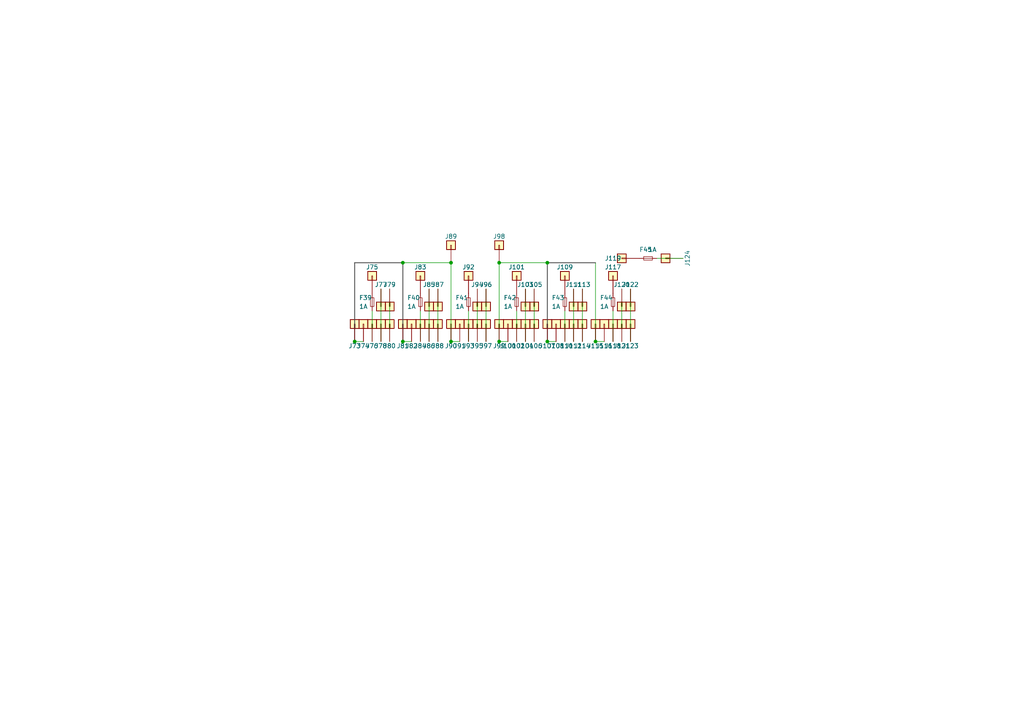
<source format=kicad_sch>
(kicad_sch (version 20211123) (generator eeschema)
  (paper "A4")
  (lib_symbols
    (symbol "Conn_01x01_1" (pin_numbers hide) (pin_names (offset 0) hide)
      (property "Reference" "J?" (at 0 -6.35 0))
      (symbol "Conn_01x01_1_1_1"
        (rectangle (start -1.27 0.127) (end 0 -0.127) (stroke (width 0.1524)))
        (rectangle (start -1.27 1.27) (end 1.27 -1.27) (stroke (width 0.254)) (fill (type background)))
        (pin passive line (at -5.08 0 0) (length 3.81) (name "Pin_1") (number "1"))
      )
    )
    (symbol "Device:Fuse_Small" (pin_numbers hide) (pin_names (offset 0.254) hide)
      (property "Reference" "F" (at 0 -1.524 0))
      (property "Value" "Fuse_Small" (at 0 1.524 0))
      (symbol "Fuse_Small_0_1"
        (rectangle (start -1.27 0.508) (end 1.27 -0.508))
        (polyline (pts (xy -1.27 0) (xy 1.27 0)))
      )
      (symbol "Fuse_Small_1_1"
        (pin passive line (at -2.54 0 0) (length 1.27) (name "~") (number "1"))
        (pin passive line (at 2.54 0 180) (length 1.27) (name "~") (number "2"))
      )
    )
  )
  (junction (at 130.81 99.06))
  (junction (at 158.75 76.2))
  (junction (at 116.84 76.2))
  (junction (at 144.78 76.2))
  (junction (at 144.78 99.06))
  (junction (at 116.84 99.06))
  (junction (at 102.87 99.06))
  (junction (at 172.72 99.06))
  (junction (at 158.75 99.06))
  (junction (at 130.81 76.2))
  (wire (pts (xy 113.03 83.82) (xy 113.03 99.06)))
  (wire (pts (xy 140.97 83.82) (xy 140.97 99.06)))
  (wire (pts (xy 116.84 76.2) (xy 116.84 99.06)) (stroke (width 0.25) (color 72 72 72 1)))
  (wire (pts (xy 177.8 90.17) (xy 177.8 99.06)))
  (wire (pts (xy 163.83 90.17) (xy 163.83 99.06)))
  (wire (pts (xy 138.43 83.82) (xy 138.43 99.06)))
  (wire (pts (xy 130.81 76.2) (xy 130.81 99.06)))
  (wire (pts (xy 102.87 76.2) (xy 102.87 99.06)) (stroke (width 0.25) (color 72 72 72 1)))
  (wire (pts (xy 182.88 83.82) (xy 182.88 99.06)))
  (wire (pts (xy 172.72 76.2) (xy 172.72 99.06)))
  (wire (pts (xy 135.89 90.17) (xy 135.89 99.06)))
  (wire (pts (xy 158.75 76.2) (xy 158.75 99.06)) (stroke (width 0.25) (color 72 72 72 1)))
  (wire (pts (xy 144.78 99.06) (xy 147.32 99.06)))
  (wire (pts (xy 110.49 83.82) (xy 110.49 99.06)))
  (wire (pts (xy 144.78 76.2) (xy 158.75 76.2)))
  (wire (pts (xy 130.81 99.06) (xy 133.35 99.06)))
  (wire (pts (xy 149.86 90.17) (xy 149.86 99.06)))
  (wire (pts (xy 152.4 83.82) (xy 152.4 99.06)))
  (wire (pts (xy 166.37 83.82) (xy 166.37 99.06)))
  (wire (pts (xy 180.34 83.82) (xy 180.34 99.06)))
  (wire (pts (xy 172.72 99.06) (xy 175.26 99.06)))
  (wire (pts (xy 190.5 74.93) (xy 198.12 74.93)))
  (wire (pts (xy 107.95 90.17) (xy 107.95 99.06)))
  (wire (pts (xy 121.92 90.17) (xy 121.92 99.06)))
  (wire (pts (xy 144.78 99.06) (xy 144.78 76.2)))
  (wire (pts (xy 158.75 76.2) (xy 172.72 76.2)) (stroke (width 0.25) (color 72 72 72 1)))
  (wire (pts (xy 116.84 76.2) (xy 130.81 76.2)))
  (wire (pts (xy 124.46 83.82) (xy 124.46 99.06)))
  (wire (pts (xy 102.87 99.06) (xy 105.41 99.06)))
  (wire (pts (xy 154.94 83.82) (xy 154.94 99.06)))
  (wire (pts (xy 168.91 83.82) (xy 168.91 99.06)))
  (wire (pts (xy 116.84 99.06) (xy 119.38 99.06)))
  (wire (pts (xy 158.75 99.06) (xy 161.29 99.06)))
  (wire (pts (xy 127 83.82) (xy 127 99.06)))
  (wire (pts (xy 116.84 76.2) (xy 102.87 76.2)) (stroke (width 0.25) (color 72 72 72 1)))
  (symbol (lib_name "Conn_01x01_1") (lib_id "Connector_Generic:Conn_01x01") (at 163.83 93.98 90) (unit 1)
    (property "Reference" "J110" (at 163.83 100.33 90))
    (property "Value" "Conn_01x01" (effects hide))
  )
  (symbol (lib_name "Conn_01x01_1") (lib_id "Connector_Generic:Conn_01x01") (at 144.78 71.12 90) (unit 1)
    (property "Reference" "J98" (at 144.78 68.58 90))
    (property "Value" "Conn_01x01" (effects hide))
  )
  (symbol (lib_id "Device:Fuse_Small") (at 187.96 74.93 0) (unit 1)
    (property "Reference" "F45" (at 185.42 72.39 0) (effects (justify left)))
    (property "Value" "1A" (at 187.96 72.39 0) (effects (justify left)))
  )
  (symbol (lib_id "Device:Fuse_Small") (at 107.95 87.63 90) (unit 1)
    (property "Reference" "F39" (at 104.14 86.36 90) (effects (justify right)))
    (property "Value" "1A" (at 104.14 88.9 90) (effects (justify right)))
  )
  (symbol (lib_name "Conn_01x01_1") (lib_id "Connector_Generic:Conn_01x01") (at 119.38 93.98 90) (unit 1)
    (property "Reference" "J82" (at 119.38 100.33 90))
    (property "Value" "Conn_01x01" (effects hide))
  )
  (symbol (lib_name "Conn_01x01_1") (lib_id "Connector_Generic:Conn_01x01") (at 168.91 93.98 90) (unit 1)
    (property "Reference" "J114" (at 168.91 100.33 90))
    (property "Value" "Conn_01x01" (effects hide))
  )
  (symbol (lib_name "Conn_01x01_1") (lib_id "Connector_Generic:Conn_01x01") (at 180.34 88.9 270) (unit 1)
    (property "Reference" "J120" (at 180.34 82.55 90))
    (property "Value" "Conn_01x01" (effects hide))
  )
  (symbol (lib_name "Conn_01x01_1") (lib_id "Connector_Generic:Conn_01x01") (at 105.41 93.98 90) (unit 1)
    (property "Reference" "J74" (at 105.41 100.33 90))
    (property "Value" "Conn_01x01" (effects hide))
  )
  (symbol (lib_name "Conn_01x01_1") (lib_id "Connector_Generic:Conn_01x01") (at 177.8 93.98 90) (unit 1)
    (property "Reference" "J118" (at 177.8 100.33 90))
    (property "Value" "Conn_01x01" (effects hide))
  )
  (symbol (lib_name "Conn_01x01_1") (lib_id "Connector_Generic:Conn_01x01") (at 113.03 88.9 270) (unit 1)
    (property "Reference" "J79" (at 113.03 82.55 90))
    (property "Value" "Conn_01x01" (effects hide))
  )
  (symbol (lib_name "Conn_01x01_1") (lib_id "Connector_Generic:Conn_01x01") (at 149.86 80.01 90) (unit 1)
    (property "Reference" "J101" (at 149.86 77.47 90))
    (property "Value" "Conn_01x01" (effects hide))
  )
  (symbol (lib_name "Conn_01x01_1") (lib_id "Connector_Generic:Conn_01x01") (at 154.94 88.9 270) (unit 1)
    (property "Reference" "J105" (at 154.94 82.55 90))
    (property "Value" "Conn_01x01" (effects hide))
  )
  (symbol (lib_name "Conn_01x01_1") (lib_id "Connector_Generic:Conn_01x01") (at 166.37 93.98 90) (unit 1)
    (property "Reference" "J112" (at 166.37 100.33 90))
    (property "Value" "Conn_01x01" (effects hide))
  )
  (symbol (lib_name "Conn_01x01_1") (lib_id "Connector_Generic:Conn_01x01") (at 124.46 93.98 90) (unit 1)
    (property "Reference" "J86" (at 124.46 100.33 90))
    (property "Value" "Conn_01x01" (effects hide))
  )
  (symbol (lib_name "Conn_01x01_1") (lib_id "Connector_Generic:Conn_01x01") (at 110.49 93.98 90) (unit 1)
    (property "Reference" "J78" (at 110.49 100.33 90))
    (property "Value" "Conn_01x01" (effects hide))
  )
  (symbol (lib_name "Conn_01x01_1") (lib_id "Connector_Generic:Conn_01x01") (at 147.32 93.98 90) (unit 1)
    (property "Reference" "J100" (at 147.32 100.33 90))
    (property "Value" "Conn_01x01" (effects hide))
  )
  (symbol (lib_name "Conn_01x01_1") (lib_id "Connector_Generic:Conn_01x01") (at 175.26 93.98 90) (unit 1)
    (property "Reference" "J116" (at 175.26 100.33 90))
    (property "Value" "Conn_01x01" (effects hide))
  )
  (symbol (lib_name "Conn_01x01_1") (lib_id "Connector_Generic:Conn_01x01") (at 121.92 93.98 90) (unit 1)
    (property "Reference" "J84" (at 121.92 100.33 90))
    (property "Value" "Conn_01x01" (effects hide))
  )
  (symbol (lib_name "Conn_01x01_1") (lib_id "Connector_Generic:Conn_01x01") (at 180.34 93.98 90) (unit 1)
    (property "Reference" "J121" (at 180.34 100.33 90))
    (property "Value" "Conn_01x01" (effects hide))
  )
  (symbol (lib_name "Conn_01x01_1") (lib_id "Connector_Generic:Conn_01x01") (at 172.72 93.98 90) (unit 1)
    (property "Reference" "J115" (at 172.72 100.33 90))
    (property "Value" "Conn_01x01" (effects hide))
  )
  (symbol (lib_id "Device:Fuse_Small") (at 149.86 87.63 90) (unit 1)
    (property "Reference" "F42" (at 146.05 86.36 90) (effects (justify right)))
    (property "Value" "1A" (at 146.05 88.9 90) (effects (justify right)))
  )
  (symbol (lib_id "Device:Fuse_Small") (at 163.83 87.63 90) (unit 1)
    (property "Reference" "F43" (at 160.02 86.36 90) (effects (justify right)))
    (property "Value" "1A" (at 160.02 88.9 90) (effects (justify right)))
  )
  (symbol (lib_name "Conn_01x01_1") (lib_id "Connector_Generic:Conn_01x01") (at 130.81 71.12 90) (unit 1)
    (property "Reference" "J89" (at 130.81 68.58 90))
    (property "Value" "Conn_01x01" (effects hide))
  )
  (symbol (lib_name "Conn_01x01_1") (lib_id "Connector_Generic:Conn_01x01") (at 107.95 93.98 90) (unit 1)
    (property "Reference" "J76" (at 107.95 100.33 90))
    (property "Value" "Conn_01x01" (effects hide))
  )
  (symbol (lib_name "Conn_01x01_1") (lib_id "Connector_Generic:Conn_01x01") (at 182.88 88.9 270) (unit 1)
    (property "Reference" "J122" (at 182.88 82.55 90))
    (property "Value" "Conn_01x01" (effects hide))
  )
  (symbol (lib_name "Conn_01x01_1") (lib_id "Connector_Generic:Conn_01x01") (at 110.49 88.9 270) (unit 1)
    (property "Reference" "J77" (at 110.49 82.55 90))
    (property "Value" "Conn_01x01" (effects hide))
  )
  (symbol (lib_name "Conn_01x01_1") (lib_id "Connector_Generic:Conn_01x01") (at 127 93.98 90) (unit 1)
    (property "Reference" "J88" (at 127 100.33 90))
    (property "Value" "Conn_01x01" (effects hide))
  )
  (symbol (lib_name "Conn_01x01_1") (lib_id "Connector_Generic:Conn_01x01") (at 158.75 93.98 90) (unit 1)
    (property "Reference" "J107" (at 158.75 100.33 90))
    (property "Value" "Conn_01x01" (effects hide))
  )
  (symbol (lib_name "Conn_01x01_1") (lib_id "Connector_Generic:Conn_01x01") (at 149.86 93.98 90) (unit 1)
    (property "Reference" "J102" (at 149.86 100.33 90))
    (property "Value" "Conn_01x01" (effects hide))
  )
  (symbol (lib_name "Conn_01x01_1") (lib_id "Connector_Generic:Conn_01x01") (at 133.35 93.98 90) (unit 1)
    (property "Reference" "J91" (at 133.35 100.33 90))
    (property "Value" "Conn_01x01" (effects hide))
  )
  (symbol (lib_name "Conn_01x01_1") (lib_id "Connector_Generic:Conn_01x01") (at 135.89 93.98 90) (unit 1)
    (property "Reference" "J93" (at 135.89 100.33 90))
    (property "Value" "Conn_01x01" (effects hide))
  )
  (symbol (lib_name "Conn_01x01_1") (lib_id "Connector_Generic:Conn_01x01") (at 182.88 93.98 90) (unit 1)
    (property "Reference" "J123" (at 182.88 100.33 90))
    (property "Value" "Conn_01x01" (effects hide))
  )
  (symbol (lib_name "Conn_01x01_1") (lib_id "Connector_Generic:Conn_01x01") (at 152.4 88.9 270) (unit 1)
    (property "Reference" "J103" (at 152.4 82.55 90))
    (property "Value" "Conn_01x01" (effects hide))
  )
  (symbol (lib_name "Conn_01x01_1") (lib_id "Connector_Generic:Conn_01x01") (at 127 88.9 270) (unit 1)
    (property "Reference" "J87" (at 127 82.55 90))
    (property "Value" "Conn_01x01" (effects hide))
  )
  (symbol (lib_name "Conn_01x01_1") (lib_id "Connector_Generic:Conn_01x01") (at 144.78 93.98 90) (unit 1)
    (property "Reference" "J99" (at 144.78 100.33 90))
    (property "Value" "Conn_01x01" (effects hide))
  )
  (symbol (lib_name "Conn_01x01_1") (lib_id "Connector_Generic:Conn_01x01") (at 168.91 88.9 270) (unit 1)
    (property "Reference" "J113" (at 168.91 82.55 90))
    (property "Value" "Conn_01x01" (effects hide))
  )
  (symbol (lib_name "Conn_01x01_1") (lib_id "Connector_Generic:Conn_01x01") (at 121.92 80.01 90) (unit 1)
    (property "Reference" "J83" (at 121.92 77.47 90))
    (property "Value" "Conn_01x01" (effects hide))
  )
  (symbol (lib_name "Conn_01x01_1") (lib_id "Connector_Generic:Conn_01x01") (at 135.89 80.01 90) (unit 1)
    (property "Reference" "J92" (at 135.89 77.47 90))
    (property "Value" "Conn_01x01" (effects hide))
  )
  (symbol (lib_name "Conn_01x01_1") (lib_id "Connector_Generic:Conn_01x01") (at 107.95 80.01 90) (unit 1)
    (property "Reference" "J75" (at 107.95 77.47 90))
    (property "Value" "Conn_01x01" (effects hide))
  )
  (symbol (lib_name "Conn_01x01_1") (lib_id "Connector_Generic:Conn_01x01") (at 140.97 88.9 270) (unit 1)
    (property "Reference" "J96" (at 140.97 82.55 90))
    (property "Value" "Conn_01x01" (effects hide))
  )
  (symbol (lib_name "Conn_01x01_1") (lib_id "Connector_Generic:Conn_01x01") (at 166.37 88.9 270) (unit 1)
    (property "Reference" "J111" (at 166.37 82.55 90))
    (property "Value" "Conn_01x01" (effects hide))
  )
  (symbol (lib_name "Conn_01x01_1") (lib_id "Connector_Generic:Conn_01x01") (at 130.81 93.98 90) (unit 1)
    (property "Reference" "J90" (at 130.81 100.33 90))
    (property "Value" "Conn_01x01" (effects hide))
  )
  (symbol (lib_name "Conn_01x01_1") (lib_id "Connector_Generic:Conn_01x01") (at 124.46 88.9 270) (unit 1)
    (property "Reference" "J85" (at 124.46 82.55 90))
    (property "Value" "Conn_01x01" (effects hide))
  )
  (symbol (lib_id "Device:Fuse_Small") (at 177.8 87.63 90) (unit 1)
    (property "Reference" "F44" (at 173.99 86.36 90) (effects (justify right)))
    (property "Value" "1A" (at 173.99 88.9 90) (effects (justify right)))
  )
  (symbol (lib_name "Conn_01x01_1") (lib_id "Connector_Generic:Conn_01x01") (at 102.87 93.98 90) (unit 1)
    (property "Reference" "J73" (at 102.87 100.33 90))
    (property "Value" "Conn_01x01" (effects hide))
  )
  (symbol (lib_name "Conn_01x01_1") (lib_id "Connector_Generic:Conn_01x01") (at 138.43 93.98 90) (unit 1)
    (property "Reference" "J95" (at 138.43 100.33 90))
    (property "Value" "Conn_01x01" (effects hide))
  )
  (symbol (lib_name "Conn_01x01_1") (lib_id "Connector_Generic:Conn_01x01") (at 140.97 93.98 90) (unit 1)
    (property "Reference" "J97" (at 140.97 100.33 90))
    (property "Value" "Conn_01x01" (effects hide))
  )
  (symbol (lib_name "Conn_01x01_1") (lib_id "Connector_Generic:Conn_01x01") (at 113.03 93.98 90) (unit 1)
    (property "Reference" "J80" (at 113.03 100.33 90))
    (property "Value" "Conn_01x01" (effects hide))
  )
  (symbol (lib_name "Conn_01x01_1") (lib_id "Connector_Generic:Conn_01x01") (at 138.43 88.9 270) (unit 1)
    (property "Reference" "J94" (at 138.43 82.55 90))
    (property "Value" "Conn_01x01" (effects hide))
  )
  (symbol (lib_name "Conn_01x01_1") (lib_id "Connector_Generic:Conn_01x01") (at 177.8 80.01 90) (unit 1)
    (property "Reference" "J117" (at 177.8 77.47 90))
    (property "Value" "Conn_01x01" (effects hide))
  )
  (symbol (lib_name "Conn_01x01_1") (lib_id "Connector_Generic:Conn_01x01") (at 161.29 93.98 90) (unit 1)
    (property "Reference" "J108" (at 161.29 100.33 90))
    (property "Value" "Conn_01x01" (effects hide))
  )
  (symbol (lib_name "Conn_01x01_1") (lib_id "Connector_Generic:Conn_01x01") (at 152.4 93.98 90) (unit 1)
    (property "Reference" "J104" (at 152.4 100.33 90))
    (property "Value" "Conn_01x01" (effects hide))
  )
  (symbol (lib_id "Device:Fuse_Small") (at 135.89 87.63 90) (unit 1)
    (property "Reference" "F41" (at 132.08 86.36 90) (effects (justify right)))
    (property "Value" "1A" (at 132.08 88.9 90) (effects (justify right)))
  )
  (symbol (lib_name "Conn_01x01_1") (lib_id "Connector_Generic:Conn_01x01") (at 180.34 74.93 180) (unit 1)
    (property "Reference" "J119" (at 177.8 74.93 0))
    (property "Value" "Conn_01x01" (effects hide))
  )
  (symbol (lib_name "Conn_01x01_1") (lib_id "Connector_Generic:Conn_01x01") (at 193.04 74.93 180) (unit 1)
    (property "Reference" "J124" (at 199.39 74.93 90))
    (property "Value" "Conn_01x01" (effects hide))
  )
  (symbol (lib_name "Conn_01x01_1") (lib_id "Connector_Generic:Conn_01x01") (at 163.83 80.01 90) (unit 1)
    (property "Reference" "J109" (at 163.83 77.47 90))
    (property "Value" "Conn_01x01" (effects hide))
  )
  (symbol (lib_id "Device:Fuse_Small") (at 121.92 87.63 90) (unit 1)
    (property "Reference" "F40" (at 118.11 86.36 90) (effects (justify right)))
    (property "Value" "1A" (at 118.11 88.9 90) (effects (justify right)))
  )
  (symbol (lib_name "Conn_01x01_1") (lib_id "Connector_Generic:Conn_01x01") (at 154.94 93.98 90) (unit 1)
    (property "Reference" "J106" (at 154.94 100.33 90))
    (property "Value" "Conn_01x01" (effects hide))
  )
  (symbol (lib_name "Conn_01x01_1") (lib_id "Connector_Generic:Conn_01x01") (at 116.84 93.98 90) (unit 1)
    (property "Reference" "J81" (at 116.84 100.33 90))
    (property "Value" "Conn_01x01" (effects hide))
  )
)
</source>
